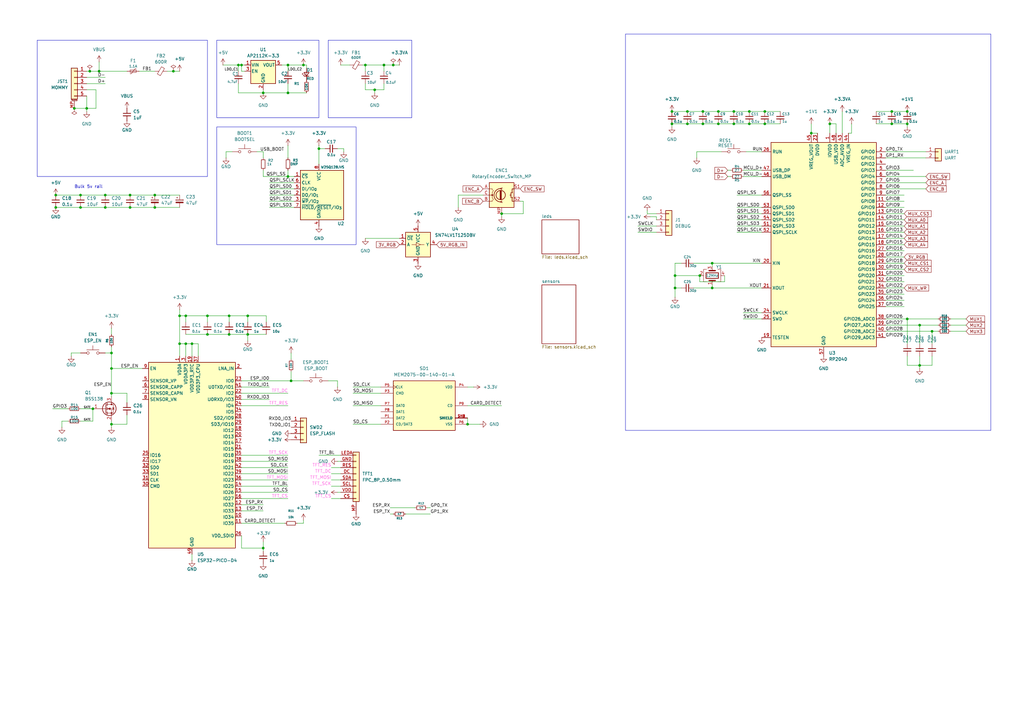
<source format=kicad_sch>
(kicad_sch (version 20250114) (generator "eeschema") (generator_version "9.0")
  (paper "A3")
  (rectangle (start 88.9 52.07) (end 146.05 100.33))
  (rectangle (start 134.62 16.51) (end 168.91 48.26))
  (rectangle (start 88.9 16.51) (end 130.81 48.26))
  (rectangle (start 15.24 16.51) (end 85.09 72.39))
  (rectangle (start 256.54 13.97) (end 406.4 176.53))
  (text "Bulk 5v rail" (at 36.322 76.708 0) (effects (font (size 1.27 1.27))))
  (junction (at 63.5 85.09))
  (junction (at 118.11 38.1))
  (junction (at 33.02 85.09))
  (junction (at 45.72 173.99))
  (junction (at 365.76 50.8))
  (junction (at 93.98 129.54))
  (junction (at 377.19 133.35))
  (junction (at 119.38 156.21))
  (junction (at 43.18 80.01))
  (junction (at 38.1 167.64))
  (junction (at 43.18 85.09))
  (junction (at 76.2 129.54))
  (junction (at 36.83 29.21))
  (junction (at 76.2 140.97))
  (junction (at 93.98 137.16))
  (junction (at 35.56 44.45))
  (junction (at 332.74 54.61))
  (junction (at 107.95 224.79))
  (junction (at 294.64 50.8))
  (junction (at 372.11 45.72))
  (junction (at 292.1 118.11))
  (junction (at 288.29 45.72))
  (junction (at 101.6 137.16))
  (junction (at 73.66 140.97))
  (junction (at 365.76 45.72))
  (junction (at 124.46 26.67))
  (junction (at 45.72 144.78))
  (junction (at 45.72 161.29))
  (junction (at 275.59 45.72))
  (junction (at 33.02 80.01))
  (junction (at 99.06 26.67))
  (junction (at 73.66 129.54))
  (junction (at 45.72 151.13))
  (junction (at 157.48 26.67))
  (junction (at 191.77 173.99))
  (junction (at 97.79 26.67))
  (junction (at 107.95 38.1))
  (junction (at 287.02 113.03))
  (junction (at 276.86 118.11))
  (junction (at 300.99 50.8))
  (junction (at 281.94 50.8))
  (junction (at 294.64 45.72))
  (junction (at 313.69 50.8))
  (junction (at 288.29 50.8))
  (junction (at 372.11 50.8))
  (junction (at 149.86 26.67))
  (junction (at 118.11 26.67))
  (junction (at 307.34 45.72))
  (junction (at 275.59 50.8))
  (junction (at 313.69 45.72))
  (junction (at 85.09 137.16))
  (junction (at 300.99 45.72))
  (junction (at 153.67 36.83))
  (junction (at 53.34 85.09))
  (junction (at 53.34 80.01))
  (junction (at 292.1 107.95))
  (junction (at 377.19 149.86))
  (junction (at 101.6 129.54))
  (junction (at 78.74 140.97))
  (junction (at 71.12 29.21))
  (junction (at 276.86 113.03))
  (junction (at 118.11 72.39))
  (junction (at 161.29 26.67))
  (junction (at 307.34 50.8))
  (junction (at 63.5 80.01))
  (junction (at 85.09 129.54))
  (junction (at 340.36 50.8))
  (junction (at 281.94 45.72))
  (junction (at 22.86 80.01))
  (junction (at 30.48 44.45))
  (junction (at 382.27 135.89))
  (junction (at 40.64 29.21))
  (junction (at 22.86 85.09))
  (junction (at 205.74 87.63))
  (junction (at 372.11 130.81))
  (junction (at 130.81 60.96))
  (wire (pts (xy 99.06 209.55) (xy 107.95 209.55)))
  (wire (pts (xy 363.22 64.77) (xy 379.73 64.77)))
  (wire (pts (xy 130.81 59.69) (xy 130.81 60.96)))
  (wire (pts (xy 302.26 92.71) (xy 312.42 92.71)))
  (wire (pts (xy 91.44 26.67) (xy 97.79 26.67)))
  (wire (pts (xy 130.81 60.96) (xy 133.35 60.96)))
  (wire (pts (xy 157.48 34.29) (xy 157.48 36.83)))
  (wire (pts (xy 118.11 34.29) (xy 118.11 38.1)))
  (wire (pts (xy 275.59 45.72) (xy 281.94 45.72)))
  (wire (pts (xy 107.95 69.85) (xy 107.95 72.39)))
  (wire (pts (xy 99.06 156.21) (xy 119.38 156.21)))
  (wire (pts (xy 109.22 129.54) (xy 109.22 132.08)))
  (wire (pts (xy 266.7 88.9) (xy 269.24 88.9)))
  (wire (pts (xy 118.11 72.39) (xy 120.65 72.39)))
  (wire (pts (xy 149.86 36.83) (xy 153.67 36.83)))
  (wire (pts (xy 52.07 161.29) (xy 52.07 165.1)))
  (wire (pts (xy 157.48 26.67) (xy 157.48 29.21)))
  (wire (pts (xy 43.18 34.29) (xy 35.56 34.29)))
  (wire (pts (xy 63.5 85.09) (xy 73.66 85.09)))
  (wire (pts (xy 76.2 140.97) (xy 78.74 140.97)))
  (wire (pts (xy 292.1 118.11) (xy 292.1 116.84)))
  (wire (pts (xy 156.21 173.99) (xy 144.78 173.99)))
  (wire (pts (xy 288.29 45.72) (xy 294.64 45.72)))
  (wire (pts (xy 298.45 72.39) (xy 299.72 72.39)))
  (wire (pts (xy 191.77 171.45) (xy 191.77 173.99)))
  (wire (pts (xy 99.06 214.63) (xy 116.84 214.63)))
  (wire (pts (xy 33.02 172.72) (xy 38.1 172.72)))
  (wire (pts (xy 118.11 69.85) (xy 118.11 72.39)))
  (wire (pts (xy 340.36 50.8) (xy 340.36 54.61)))
  (wire (pts (xy 214.63 87.63) (xy 214.63 82.55)))
  (wire (pts (xy 372.11 149.86) (xy 377.19 149.86)))
  (wire (pts (xy 349.25 54.61) (xy 347.98 54.61)))
  (wire (pts (xy 99.06 224.79) (xy 99.06 219.71)))
  (wire (pts (xy 45.72 142.24) (xy 45.72 144.78)))
  (wire (pts (xy 382.27 146.05) (xy 382.27 149.86)))
  (wire (pts (xy 363.22 110.49) (xy 370.84 110.49)))
  (wire (pts (xy 363.22 102.87) (xy 370.84 102.87)))
  (wire (pts (xy 97.79 34.29) (xy 97.79 38.1)))
  (wire (pts (xy 38.1 172.72) (xy 38.1 167.64)))
  (wire (pts (xy 35.56 44.45) (xy 30.48 44.45)))
  (wire (pts (xy 45.72 173.99) (xy 45.72 175.26)))
  (wire (pts (xy 302.26 90.17) (xy 312.42 90.17)))
  (wire (pts (xy 25.4 175.26) (xy 25.4 172.72)))
  (wire (pts (xy 99.06 161.29) (xy 118.11 161.29)))
  (wire (pts (xy 187.96 85.09) (xy 187.96 80.01)))
  (wire (pts (xy 97.79 38.1) (xy 107.95 38.1)))
  (wire (pts (xy 107.95 222.25) (xy 107.95 224.79)))
  (wire (pts (xy 29.21 144.78) (xy 33.02 144.78)))
  (wire (pts (xy 359.41 45.72) (xy 365.76 45.72)))
  (wire (pts (xy 363.22 72.39) (xy 379.73 72.39)))
  (wire (pts (xy 99.06 186.69) (xy 118.11 186.69)))
  (wire (pts (xy 276.86 107.95) (xy 279.4 107.95)))
  (wire (pts (xy 107.95 226.06) (xy 107.95 224.79)))
  (wire (pts (xy 25.4 172.72) (xy 27.94 172.72)))
  (wire (pts (xy 115.57 26.67) (xy 118.11 26.67)))
  (wire (pts (xy 76.2 137.16) (xy 85.09 137.16)))
  (wire (pts (xy 359.41 50.8) (xy 365.76 50.8)))
  (wire (pts (xy 265.43 87.63) (xy 269.24 87.63)))
  (wire (pts (xy 281.94 50.8) (xy 288.29 50.8)))
  (wire (pts (xy 377.19 149.86) (xy 377.19 146.05)))
  (wire (pts (xy 43.18 85.09) (xy 53.34 85.09)))
  (wire (pts (xy 144.78 158.75) (xy 156.21 158.75)))
  (wire (pts (xy 85.09 129.54) (xy 93.98 129.54)))
  (wire (pts (xy 261.62 95.25) (xy 269.24 95.25)))
  (wire (pts (xy 287.02 115.57) (xy 297.18 115.57)))
  (wire (pts (xy 101.6 137.16) (xy 93.98 137.16)))
  (wire (pts (xy 110.49 74.93) (xy 120.65 74.93)))
  (wire (pts (xy 125.73 26.67) (xy 125.73 27.94)))
  (wire (pts (xy 276.86 107.95) (xy 276.86 113.03)))
  (wire (pts (xy 22.86 80.01) (xy 33.02 80.01)))
  (wire (pts (xy 363.22 125.73) (xy 370.84 125.73)))
  (wire (pts (xy 40.64 29.21) (xy 52.07 29.21)))
  (wire (pts (xy 45.72 144.78) (xy 45.72 151.13)))
  (wire (pts (xy 119.38 144.78) (xy 119.38 147.32)))
  (wire (pts (xy 139.7 26.67) (xy 143.51 26.67)))
  (wire (pts (xy 149.86 26.67) (xy 149.86 29.21)))
  (wire (pts (xy 292.1 109.22) (xy 292.1 107.95)))
  (wire (pts (xy 300.99 50.8) (xy 307.34 50.8)))
  (wire (pts (xy 302.26 95.25) (xy 312.42 95.25)))
  (wire (pts (xy 363.22 120.65) (xy 370.84 120.65)))
  (wire (pts (xy 35.56 45.72) (xy 35.56 44.45)))
  (wire (pts (xy 175.26 208.28) (xy 176.53 208.28)))
  (wire (pts (xy 284.48 107.95) (xy 292.1 107.95)))
  (wire (pts (xy 95.25 62.23) (xy 92.71 62.23)))
  (wire (pts (xy 377.19 133.35) (xy 384.81 133.35)))
  (wire (pts (xy 377.19 149.86) (xy 377.19 151.13)))
  (wire (pts (xy 76.2 140.97) (xy 73.66 140.97)))
  (wire (pts (xy 76.2 140.97) (xy 76.2 146.05)))
  (wire (pts (xy 33.02 85.09) (xy 43.18 85.09)))
  (wire (pts (xy 205.74 87.63) (xy 214.63 87.63)))
  (wire (pts (xy 78.74 140.97) (xy 81.28 140.97)))
  (wire (pts (xy 276.86 118.11) (xy 276.86 121.92)))
  (wire (pts (xy 43.18 31.75) (xy 35.56 31.75)))
  (wire (pts (xy 372.11 130.81) (xy 372.11 140.97)))
  (wire (pts (xy 302.26 87.63) (xy 312.42 87.63)))
  (wire (pts (xy 363.22 74.93) (xy 379.73 74.93)))
  (wire (pts (xy 382.27 135.89) (xy 384.81 135.89)))
  (wire (pts (xy 68.58 29.21) (xy 71.12 29.21)))
  (wire (pts (xy 153.67 38.1) (xy 153.67 36.83)))
  (wire (pts (xy 78.74 229.87) (xy 78.74 227.33)))
  (wire (pts (xy 73.66 127) (xy 73.66 129.54)))
  (wire (pts (xy 36.83 29.21) (xy 35.56 29.21)))
  (wire (pts (xy 363.22 123.19) (xy 370.84 123.19)))
  (wire (pts (xy 99.06 163.83) (xy 110.49 163.83)))
  (wire (pts (xy 52.07 170.18) (xy 52.07 173.99)))
  (wire (pts (xy 99.06 158.75) (xy 110.49 158.75)))
  (wire (pts (xy 389.89 130.81) (xy 396.24 130.81)))
  (wire (pts (xy 71.12 29.21) (xy 73.66 29.21)))
  (wire (pts (xy 124.46 213.36) (xy 124.46 214.63)))
  (wire (pts (xy 349.25 50.8) (xy 349.25 54.61)))
  (wire (pts (xy 99.06 204.47) (xy 118.11 204.47)))
  (wire (pts (xy 281.94 45.72) (xy 288.29 45.72)))
  (wire (pts (xy 85.09 132.08) (xy 85.09 129.54)))
  (wire (pts (xy 130.81 60.96) (xy 130.81 67.31)))
  (wire (pts (xy 365.76 45.72) (xy 372.11 45.72)))
  (wire (pts (xy 149.86 34.29) (xy 149.86 36.83)))
  (wire (pts (xy 275.59 50.8) (xy 275.59 52.07)))
  (wire (pts (xy 389.89 133.35) (xy 396.24 133.35)))
  (wire (pts (xy 363.22 85.09) (xy 370.84 85.09)))
  (wire (pts (xy 110.49 77.47) (xy 120.65 77.47)))
  (wire (pts (xy 110.49 85.09) (xy 120.65 85.09)))
  (wire (pts (xy 276.86 113.03) (xy 276.86 118.11)))
  (wire (pts (xy 43.18 144.78) (xy 45.72 144.78)))
  (wire (pts (xy 118.11 38.1) (xy 107.95 38.1)))
  (wire (pts (xy 118.11 59.69) (xy 118.11 64.77)))
  (wire (pts (xy 40.64 25.4) (xy 40.64 29.21)))
  (wire (pts (xy 363.22 69.85) (xy 374.65 69.85)))
  (wire (pts (xy 153.67 36.83) (xy 157.48 36.83)))
  (wire (pts (xy 45.72 172.72) (xy 45.72 173.99)))
  (wire (pts (xy 97.79 26.67) (xy 99.06 26.67)))
  (wire (pts (xy 45.72 151.13) (xy 45.72 161.29)))
  (wire (pts (xy 76.2 129.54) (xy 76.2 132.08)))
  (wire (pts (xy 294.64 45.72) (xy 300.99 45.72)))
  (wire (pts (xy 149.86 26.67) (xy 157.48 26.67)))
  (wire (pts (xy 187.96 80.01) (xy 198.12 80.01)))
  (wire (pts (xy 363.22 100.33) (xy 370.84 100.33)))
  (wire (pts (xy 363.22 130.81) (xy 372.11 130.81)))
  (wire (pts (xy 194.31 158.75) (xy 191.77 158.75)))
  (wire (pts (xy 99.06 194.31) (xy 118.11 194.31)))
  (wire (pts (xy 99.06 196.85) (xy 118.11 196.85)))
  (wire (pts (xy 99.06 166.37) (xy 118.11 166.37)))
  (wire (pts (xy 149.86 97.79) (xy 163.83 97.79)))
  (wire (pts (xy 138.43 156.21) (xy 134.62 156.21)))
  (wire (pts (xy 160.02 210.82) (xy 161.29 210.82)))
  (wire (pts (xy 93.98 129.54) (xy 101.6 129.54)))
  (wire (pts (xy 332.74 50.8) (xy 332.74 54.61)))
  (wire (pts (xy 33.02 80.01) (xy 43.18 80.01)))
  (wire (pts (xy 265.43 86.36) (xy 265.43 87.63)))
  (wire (pts (xy 363.22 107.95) (xy 370.84 107.95)))
  (wire (pts (xy 372.11 52.07) (xy 372.11 50.8)))
  (wire (pts (xy 53.34 85.09) (xy 63.5 85.09)))
  (wire (pts (xy 119.38 156.21) (xy 124.46 156.21)))
  (wire (pts (xy 76.2 129.54) (xy 85.09 129.54)))
  (wire (pts (xy 101.6 137.16) (xy 109.22 137.16)))
  (wire (pts (xy 363.22 80.01) (xy 370.84 80.01)))
  (wire (pts (xy 276.86 113.03) (xy 287.02 113.03)))
  (wire (pts (xy 119.38 152.4) (xy 119.38 156.21)))
  (wire (pts (xy 363.22 115.57) (xy 370.84 115.57)))
  (wire (pts (xy 39.37 36.83) (xy 39.37 44.45)))
  (wire (pts (xy 138.43 156.21) (xy 138.43 158.75)))
  (wire (pts (xy 161.29 26.67) (xy 163.83 26.67)))
  (wire (pts (xy 292.1 118.11) (xy 312.42 118.11)))
  (wire (pts (xy 160.02 208.28) (xy 170.18 208.28)))
  (wire (pts (xy 287.02 113.03) (xy 287.02 115.57)))
  (wire (pts (xy 144.78 161.29) (xy 156.21 161.29)))
  (wire (pts (xy 377.19 133.35) (xy 377.19 140.97)))
  (wire (pts (xy 135.89 196.85) (xy 139.7 196.85)))
  (wire (pts (xy 342.9 50.8) (xy 342.9 54.61)))
  (wire (pts (xy 73.66 129.54) (xy 76.2 129.54)))
  (wire (pts (xy 294.64 50.8) (xy 300.99 50.8)))
  (wire (pts (xy 99.06 207.01) (xy 107.95 207.01)))
  (wire (pts (xy 33.02 167.64) (xy 38.1 167.64)))
  (wire (pts (xy 372.11 50.8) (xy 365.76 50.8)))
  (wire (pts (xy 101.6 129.54) (xy 109.22 129.54)))
  (wire (pts (xy 285.75 62.23) (xy 295.91 62.23)))
  (wire (pts (xy 100.33 29.21) (xy 99.06 29.21)))
  (wire (pts (xy 288.29 50.8) (xy 294.64 50.8)))
  (wire (pts (xy 57.15 29.21) (xy 63.5 29.21)))
  (wire (pts (xy 275.59 50.8) (xy 281.94 50.8)))
  (wire (pts (xy 140.97 60.96) (xy 138.43 60.96)))
  (wire (pts (xy 298.45 69.85) (xy 299.72 69.85)))
  (wire (pts (xy 21.59 167.64) (xy 27.94 167.64)))
  (wire (pts (xy 138.43 189.23) (xy 139.7 189.23)))
  (wire (pts (xy 363.22 77.47) (xy 379.73 77.47)))
  (wire (pts (xy 372.11 130.81) (xy 384.81 130.81)))
  (wire (pts (xy 389.89 135.89) (xy 396.24 135.89)))
  (wire (pts (xy 85.09 137.16) (xy 93.98 137.16)))
  (wire (pts (xy 304.8 72.39) (xy 312.42 72.39)))
  (wire (pts (xy 372.11 146.05) (xy 372.11 149.86)))
  (wire (pts (xy 99.06 201.93) (xy 118.11 201.93)))
  (wire (pts (xy 99.06 224.79) (xy 107.95 224.79)))
  (wire (pts (xy 43.18 80.01) (xy 53.34 80.01)))
  (wire (pts (xy 363.22 92.71) (xy 370.84 92.71)))
  (wire (pts (xy 363.22 82.55) (xy 370.84 82.55)))
  (wire (pts (xy 39.37 44.45) (xy 35.56 44.45)))
  (wire (pts (xy 35.56 39.37) (xy 35.56 44.45)))
  (wire (pts (xy 340.36 50.8) (xy 342.9 50.8)))
  (wire (pts (xy 63.5 80.01) (xy 73.66 80.01)))
  (wire (pts (xy 138.43 201.93) (xy 139.7 201.93)))
  (wire (pts (xy 313.69 45.72) (xy 320.04 45.72)))
  (wire (pts (xy 73.66 129.54) (xy 73.66 140.97)))
  (wire (pts (xy 269.24 88.9) (xy 269.24 90.17)))
  (wire (pts (xy 313.69 50.8) (xy 320.04 50.8)))
  (wire (pts (xy 191.77 166.37) (xy 205.74 166.37)))
  (wire (pts (xy 99.06 199.39) (xy 118.11 199.39)))
  (wire (pts (xy 101.6 129.54) (xy 101.6 132.08)))
  (wire (pts (xy 36.83 29.21) (xy 40.64 29.21)))
  (wire (pts (xy 92.71 62.23) (xy 92.71 64.77)))
  (wire (pts (xy 78.74 140.97) (xy 78.74 146.05)))
  (wire (pts (xy 124.46 26.67) (xy 125.73 26.67)))
  (wire (pts (xy 285.75 64.77) (xy 285.75 62.23)))
  (wire (pts (xy 166.37 210.82) (xy 176.53 210.82)))
  (wire (pts (xy 93.98 129.54) (xy 93.98 132.08)))
  (wire (pts (xy 363.22 90.17) (xy 370.84 90.17)))
  (wire (pts (xy 35.56 36.83) (xy 39.37 36.83)))
  (wire (pts (xy 363.22 62.23) (xy 379.73 62.23)))
  (wire (pts (xy 105.41 62.23) (xy 107.95 62.23)))
  (wire (pts (xy 135.89 191.77) (xy 139.7 191.77)))
  (wire (pts (xy 300.99 45.72) (xy 307.34 45.72)))
  (wire (pts (xy 97.79 29.21) (xy 97.79 26.67)))
  (wire (pts (xy 135.89 204.47) (xy 139.7 204.47)))
  (wire (pts (xy 261.62 92.71) (xy 269.24 92.71)))
  (wire (pts (xy 363.22 118.11) (xy 370.84 118.11)))
  (wire (pts (xy 307.34 45.72) (xy 313.69 45.72)))
  (wire (pts (xy 276.86 118.11) (xy 279.4 118.11)))
  (wire (pts (xy 304.8 69.85) (xy 312.42 69.85)))
  (wire (pts (xy 107.95 64.77) (xy 107.95 62.23)))
  (wire (pts (xy 99.06 189.23) (xy 118.11 189.23)))
  (wire (pts (xy 307.34 50.8) (xy 313.69 50.8)))
  (wire (pts (xy 345.44 45.72) (xy 345.44 54.61)))
  (wire (pts (xy 125.73 38.1) (xy 118.11 38.1)))
  (wire (pts (xy 363.22 135.89) (xy 382.27 135.89)))
  (wire (pts (xy 292.1 107.95) (xy 312.42 107.95)))
  (wire (pts (xy 135.89 194.31) (xy 139.7 194.31)))
  (wire (pts (xy 99.06 29.21) (xy 99.06 26.67)))
  (wire (pts (xy 304.8 128.27) (xy 312.42 128.27)))
  (wire (pts (xy 144.78 166.37) (xy 156.21 166.37)))
  (wire (pts (xy 118.11 26.67) (xy 124.46 26.67)))
  (wire (pts (xy 382.27 149.86) (xy 377.19 149.86)))
  (wire (pts (xy 157.48 26.67) (xy 161.29 26.67)))
  (wire (pts (xy 332.74 54.61) (xy 335.28 54.61)))
  (wire (pts (xy 196.85 173.99) (xy 191.77 173.99)))
  (wire (pts (xy 140.97 62.23) (xy 140.97 60.96)))
  (wire (pts (xy 118.11 29.21) (xy 118.11 26.67)))
  (wire (pts (xy 363.22 97.79) (xy 370.84 97.79)))
  (wire (pts (xy 363.22 113.03) (xy 370.84 113.03)))
  (wire (pts (xy 99.06 191.77) (xy 118.11 191.77)))
  (wire (pts (xy 45.72 134.62) (xy 45.72 137.16)))
  (wire (pts (xy 107.95 72.39) (xy 118.11 72.39)))
  (wire (pts (xy 22.86 85.09) (xy 33.02 85.09)))
  (wire (pts (xy 52.07 173.99) (xy 45.72 173.99)))
  (wire (pts (xy 135.89 199.39) (xy 139.7 199.39)))
  (wire (pts (xy 363.22 87.63) (xy 370.84 87.63)))
  (wire (pts (xy 302.26 85.09) (xy 312.42 85.09)))
  (wire (pts (xy 45.72 161.29) (xy 45.72 162.56)))
  (wire (pts (xy 99.06 26.67) (xy 100.33 26.67)))
  (wire (pts (xy 205.74 88.9) (xy 205.74 87.63)))
  (wire (pts (xy 306.07 62.23) (xy 312.42 62.23)))
  (wire (pts (xy 382.27 135.89) (xy 382.27 140.97)))
  (wire (pts (xy 45.72 161.29) (xy 52.07 161.29)))
  (wire (pts (xy 73.66 140.97) (xy 73.66 146.05)))
  (wire (pts (xy 363.22 133.35) (xy 377.19 133.35)))
  (wire (pts (xy 363.22 95.25) (xy 370.84 95.25)))
  (wire (pts (xy 110.49 80.01) (xy 120.65 80.01)))
  (wire (pts (xy 107.95 36.83) (xy 107.95 38.1)))
  (wire (pts (xy 302.26 80.01) (xy 312.42 80.01)))
  (wire (pts (xy 297.18 113.03) (xy 297.18 115.57)))
  (wire (pts (xy 121.92 214.63) (xy 124.46 214.63)))
  (wire (pts (xy 284.48 118.11) (xy 292.1 118.11)))
  (wire (pts (xy 53.34 80.01) (xy 63.5 80.01)))
  (wire (pts (xy 148.59 26.67) (xy 149.86 26.67)))
  (wire (pts (xy 130.81 186.69) (xy 139.7 186.69)))
  (wire (pts (xy 110.49 82.55) (xy 120.65 82.55)))
  (wire (pts (xy 45.72 151.13) (xy 58.42 151.13)))
  (wire (pts (xy 81.28 140.97) (xy 81.28 146.05)))
  (wire (pts (xy 304.8 130.81) (xy 312.42 130.81)))
  (wire (pts (xy 29.21 146.05) (xy 29.21 144.78)))
  (wire (pts (xy 214.63 82.55) (xy 213.36 82.55)))
  (wire (pts (xy 101.6 137.16) (xy 101.6 139.7)))
  (wire (pts (xy 363.22 105.41) (xy 370.84 105.41)))
  (label "RXD0_IO3" (at 119.38 172.72 180))
  (label "GPIO23" (at 363.22 120.65 0))
  (label "USB_BOOT" (at 106.68 62.23 0))
  (label "GPIO19" (at 363.22 110.49 0))
  (label "RXD0_IO3" (at 110.49 163.83 180))
  (label "FB1" (at 58.42 29.21 0))
  (label "QSPI_SS" (at 109.22 72.39 0))
  (label "ESP_RX" (at 107.95 207.01 180))
  (label "ESP_TX" (at 107.95 209.55 180))
  (label "GP0_TX" (at 363.22 62.23 0))
  (label "GPIO3" (at 21.59 167.64 0))
  (label "GATE" (at 34.29 172.72 0) (effects (font (size 0.8 0.8))))
  (label "SD_MOSI" (at 144.78 161.29 0))
  (label "GPIO6" (at 363.22 77.47 0))
  (label "SD_MISO" (at 118.11 189.23 180))
  (label "TXD0_IO1" (at 119.38 175.26 180))
  (label "TFT_BL" (at 130.81 186.69 0))
  (label "LDO_C2" (at 118.11 29.21 0) (effects (font (size 1 1))))
  (label "QSPI_SD2" (at 302.26 90.17 0))
  (label "TFT_DC" (at 135.89 194.31 180))
  (label "QSPI_SCLK" (at 110.49 74.93 0))
  (label "GPIO24" (at 363.22 123.19 0))
  (label "ESP_TX" (at 160.02 210.82 180))
  (label "GPIO22" (at 363.22 118.11 0))
  (label "QSPI_SD3" (at 302.26 92.71 0))
  (label "LDO_C1" (at 97.79 29.21 180) (effects (font (size 1 1))))
  (label "GPIO16" (at 363.22 102.87 0))
  (label "SWDIO" (at 261.62 95.25 0))
  (label "SWCLK" (at 261.62 92.71 0))
  (label "TFT_MOSI" (at 135.89 196.85 180))
  (label "QSPI_SD1" (at 302.26 87.63 0))
  (label "TFT_DC" (at 118.11 161.29 180))
  (label "GPIO26" (at 363.22 130.81 0))
  (label "ESP_IO0" (at 110.49 156.21 180))
  (label "GPIO10" (at 363.22 87.63 0))
  (label "GPIO28" (at 363.22 135.89 0))
  (label "GPIO5" (at 363.22 74.93 0))
  (label "TFT_CS" (at 135.89 204.47 180))
  (label "SWDIO" (at 304.8 130.81 0))
  (label "QSPI_SD1" (at 110.49 80.01 0))
  (label "D-" (at 43.18 31.75 180))
  (label "GATE" (at 34.29 167.64 0) (effects (font (size 0.8 0.8))))
  (label "QSPI_SD0" (at 110.49 77.47 0))
  (label "ESP_EN" (at 45.72 158.75 180))
  (label "QSPI_SS" (at 302.26 80.01 0))
  (label "SD_CS" (at 118.11 201.93 180))
  (label "QSPI_SD3" (at 110.49 85.09 0))
  (label "CARD_DETECT" (at 113.03 214.63 180))
  (label "TFT_RES" (at 135.89 191.77 180))
  (label "TFT_SCK" (at 118.11 186.69 180))
  (label "GPIO18" (at 363.22 107.95 0))
  (label "TFT_BL" (at 118.11 199.39 180))
  (label "GP1_RX" (at 363.22 64.77 0))
  (label "SD_CS" (at 144.78 173.99 0))
  (label "RUN" (at 308.61 62.23 0))
  (label "SWCLK" (at 304.8 128.27 0))
  (label "GPIO3" (at 363.22 69.85 0))
  (label "GPIO8" (at 363.22 82.55 0))
  (label "GPIO29" (at 363.22 138.43 0))
  (label "QSPI_SCLK" (at 302.26 95.25 0))
  (label "SD_MISO" (at 144.78 166.37 0))
  (label "QSPI_SD2" (at 110.49 82.55 0))
  (label "SD_CLK" (at 144.78 158.75 0))
  (label "ESP_EN" (at 49.53 151.13 0))
  (label "GPIO4" (at 363.22 72.39 0))
  (label "GPIO27" (at 363.22 133.35 0))
  (label "GPIO12" (at 363.22 92.71 0))
  (label "GPIO17" (at 363.22 105.41 0))
  (label "GP1_RX" (at 176.53 210.82 0))
  (label "GPIO11" (at 363.22 90.17 0))
  (label "GPIO9" (at 363.22 85.09 0))
  (label "QSPI_SD0" (at 302.26 85.09 0))
  (label "TXD0_IO1" (at 110.49 158.75 180))
  (label "GPIO7" (at 363.22 80.01 0))
  (label "XOUT" (at 307.34 118.11 0))
  (label "TFT_RES" (at 118.11 166.37 180))
  (label "GPIO14" (at 363.22 97.79 0))
  (label "SD_CLK" (at 118.11 191.77 180))
  (label "ESP_RX" (at 160.02 208.28 180))
  (label "GP0_TX" (at 176.53 208.28 0))
  (label "D+" (at 43.18 34.29 180))
  (label "TFT_MOSI" (at 118.11 196.85 180))
  (label "GPIO20" (at 363.22 113.03 0))
  (label "MCU_D-" (at 304.8 72.39 0))
  (label "TFT_CS" (at 118.11 204.47 180))
  (label "GPIO25" (at 363.22 125.73 0))
  (label "GPIO13" (at 363.22 95.25 0))
  (label "TFT_SCK" (at 135.89 199.39 180))
  (label "MCU_D+" (at 304.8 69.85 0))
  (label "GPIO21" (at 363.22 115.57 0))
  (label "CARD_DETECT" (at 205.74 166.37 180))
  (label "GPIO15" (at 363.22 100.33 0))
  (label "XIN" (at 308.61 107.95 0))
  (label "SD_MOSI" (at 118.11 194.31 180))
  (global_label "MUX_A2" (shape input) (at 370.84 95.25 0) (property "Intersheetrefs" "${INTERSHEET_REFS}" (effects (hide yes))))
  (global_label "MUX3" (shape input) (at 396.24 135.89 0) (property "Intersheetrefs" "${INTERSHEET_REFS}" (effects (hide yes))))
  (global_label "MUX_A3" (shape input) (at 370.84 97.79 0) (property "Intersheetrefs" "${INTERSHEET_REFS}" (effects (hide yes))))
  (global_label "MUX_WR" (shape input) (at 370.84 118.11 0) (property "Intersheetrefs" "${INTERSHEET_REFS}" (effects (hide yes))))
  (global_label "ENC_B" (shape input) (at 379.73 77.47 0) (property "Intersheetrefs" "${INTERSHEET_REFS}" (effects (hide yes))))
  (global_label "MUX_A4" (shape input) (at 370.84 100.33 0) (property "Intersheetrefs" "${INTERSHEET_REFS}" (effects (hide yes))))
  (global_label "MUX_A0" (shape input) (at 370.84 90.17 0) (property "Intersheetrefs" "${INTERSHEET_REFS}" (effects (hide yes))))
  (global_label "D-" (shape input) (at 298.45 72.39 180) (property "Intersheetrefs" "${INTERSHEET_REFS}" (effects (hide yes))))
  (global_label "MUX1" (shape input) (at 396.24 130.81 0) (property "Intersheetrefs" "${INTERSHEET_REFS}" (effects (hide yes))))
  (global_label "ENC_SW" (shape input) (at 213.36 77.47 0) (property "Intersheetrefs" "${INTERSHEET_REFS}" (effects (hide yes))))
  (global_label "MUX_CS2" (shape input) (at 370.84 110.49 0) (property "Intersheetrefs" "${INTERSHEET_REFS}" (effects (hide yes))))
  (global_label "D+" (shape input) (at 298.45 69.85 180) (property "Intersheetrefs" "${INTERSHEET_REFS}" (effects (hide yes))))
  (global_label "MUX_CS1" (shape input) (at 370.84 107.95 0) (property "Intersheetrefs" "${INTERSHEET_REFS}" (effects (hide yes))))
  (global_label "ENC_A" (shape input) (at 198.12 77.47 180) (property "Intersheetrefs" "${INTERSHEET_REFS}" (effects (hide yes))))
  (global_label "MUX_A1" (shape input) (at 370.84 92.71 0) (property "Intersheetrefs" "${INTERSHEET_REFS}" (effects (hide yes))))
  (global_label "MUX2" (shape input) (at 396.24 133.35 0) (property "Intersheetrefs" "${INTERSHEET_REFS}" (effects (hide yes))))
  (global_label "5V_RGB_IN" (shape input) (at 179.07 100.33 0) (property "Intersheetrefs" "${INTERSHEET_REFS}" (effects (hide yes))))
  (global_label "MUX_CS3" (shape input) (at 370.84 87.63 0) (property "Intersheetrefs" "${INTERSHEET_REFS}" (effects (hide yes))))
  (global_label "ENC_A" (shape input) (at 379.73 74.93 0) (property "Intersheetrefs" "${INTERSHEET_REFS}" (effects (hide yes))))
  (global_label "ENC_B" (shape input) (at 198.12 82.55 180) (property "Intersheetrefs" "${INTERSHEET_REFS}" (effects (hide yes))))
  (global_label "ENC_SW" (shape input) (at 379.73 72.39 0) (property "Intersheetrefs" "${INTERSHEET_REFS}" (effects (hide yes))))
  (global_label "3V_RGB" (shape input) (at 370.84 105.41 0) (property "Intersheetrefs" "${INTERSHEET_REFS}" (effects (hide yes))))
  (global_label "3V_RGB" (shape input) (at 163.83 100.33 180) (property "Intersheetrefs" "${INTERSHEET_REFS}" (effects (hide yes))))
  (symbol (lib_id "Device:C_Small") (at 359.41 48.26 0) (unit 1)
    (property "Reference" "C14" (at 360.172 46.736 0) (effects (font (size 1 1)) (justify left)))
    (property "Value" "1u" (at 360.172 49.784 0) (effects (font (size 1 1)) (justify left)))
    (property "Footprint" "Capacitor_SMD:C_0402_1005Metric_Pad0.74x0.62mm_HandSolder" (effects (hide yes)))
    (property "Description" "Unpolarized capacitor, small symbol" (effects (hide yes)))
  )
  (symbol (lib_id "power:+3V3") (at 119.38 144.78 0) (unit 1)
    (property "Reference" "#PWR0425" (effects (hide yes)))
    (property "Value" "+3.3V" (at 119.38 139.7 0))
    (property "Description" "Power symbol creates a global label with name \"+3V3\"" (effects (hide yes)))
  )
  (symbol (lib_id "Mars_Library:C_0603") (at 76.2 134.62 0) (unit 1)
    (property "Reference" "EC1" (at 78.74 133.3562 0) (effects (justify left)))
    (property "Value" "0.1u" (at 78.74 135.8963 0) (effects (font (size 1 1)) (justify left)))
    (property "Footprint" "Mars_Library:C_0402" (effects (hide yes)))
    (property "Description" "Unpolarized capacitor, small symbol" (effects (hide yes)))
  )
  (symbol (lib_id "power:GND") (at 29.21 146.05 0) (unit 1)
    (property "Reference" "#PWR0426" (effects (hide yes)))
    (property "Value" "GND" (at 29.21 149.606 0))
    (property "Description" "Power symbol creates a global label with name \"GND\" , ground" (effects (hide yes)))
  )
  (symbol (lib_id "Device:C_Small") (at 300.99 48.26 0) (unit 1)
    (property "Reference" "C10" (at 301.752 46.736 0) (effects (font (size 1 1)) (justify left)))
    (property "Value" "0.1u" (at 301.752 49.784 0) (effects (font (size 1 1)) (justify left)))
    (property "Footprint" "Capacitor_SMD:C_0402_1005Metric_Pad0.74x0.62mm_HandSolder" (effects (hide yes)))
    (property "Description" "Unpolarized capacitor, small symbol" (effects (hide yes)))
  )
  (symbol (lib_id "Mars_Library:C_0603") (at 109.22 134.62 0) (unit 1)
    (property "Reference" "EC5" (at 111.76 133.3562 0) (effects (justify left)))
    (property "Value" "10u" (at 111.76 135.8963 0) (effects (font (size 1 1)) (justify left)))
    (property "Footprint" "Mars_Library:C_0402" (effects (hide yes)))
    (property "Description" "Unpolarized capacitor, small symbol" (effects (hide yes)))
  )
  (symbol (lib_id "power:GND") (at 22.86 85.09 0) (unit 1)
    (property "Reference" "#PWR0379" (effects (hide yes)))
    (property "Value" "GND" (at 22.86 88.9 0))
    (property "Description" "Power symbol creates a global label with name \"GND\" , ground" (effects (hide yes)))
  )
  (symbol (lib_id "Transistor_FET:BSS138") (at 43.18 167.64 0) (unit 1)
    (property "Reference" "Q1" (at 34.798 161.036 0) (effects (justify left)))
    (property "Value" "BSS138" (at 34.798 163.576 0) (effects (justify left)))
    (property "Footprint" "Package_TO_SOT_SMD:SOT-23" (effects (hide yes)))
    (property "Datasheet" "https://www.onsemi.com/pub/Collateral/BSS138-D.PDF" (effects (hide yes)))
    (property "Description" "50V Vds, 0.22A Id, N-Channel MOSFET, SOT-23" (effects (hide yes)))
  )
  (symbol (lib_id "Device:C_Small") (at 43.18 82.55 0) (unit 1)
    (property "Reference" "C20" (at 45.72 81.2862 0) (effects (justify left)))
    (property "Value" "10uF" (at 45.72 83.8262 0) (effects (justify left)))
    (property "Footprint" "Capacitor_SMD:C_1206_3216Metric" (effects (hide yes)))
    (property "Description" "Unpolarized capacitor, small symbol" (effects (hide yes)))
  )
  (symbol (lib_id "power:GND") (at 312.42 138.43 0) (unit 1)
    (property "Reference" "#PWR0397" (effects (hide yes)))
    (property "Value" "GND" (at 312.42 143.51 0))
    (property "Description" "Power symbol creates a global label with name \"GND\" , ground" (effects (hide yes)))
  )
  (symbol (lib_id "power:GND") (at 276.86 121.92 0) (unit 1)
    (property "Reference" "#PWR0394" (effects (hide yes)))
    (property "Value" "GND" (at 276.86 125.73 0))
    (property "Description" "Power symbol creates a global label with name \"GND\" , ground" (effects (hide yes)))
  )
  (symbol (lib_id "power:+3.3V") (at 349.25 50.8 0) (unit 1)
    (property "Reference" "#PWR021" (effects (hide yes)))
    (property "Value" "+3.3V" (at 349.25 45.72 0))
    (property "Description" "Power symbol creates a global label with name \"+3.3V\"" (effects (hide yes)))
  )
  (symbol (lib_id "power:GND") (at 196.85 173.99 90) (unit 1)
    (property "Reference" "#PWR0435" (effects (hide yes)))
    (property "Value" "GND" (at 200.66 173.9899 90) (effects (justify right)))
    (property "Description" "Power symbol creates a global label with name \"GND\" , ground" (effects (hide yes)))
  )
  (symbol (lib_id "power:+3.3V") (at 124.46 26.67 0) (unit 1)
    (property "Reference" "#PWR05" (effects (hide yes)))
    (property "Value" "+3.3V" (at 124.46 21.59 0))
    (property "Description" "Power symbol creates a global label with name \"+3.3V\"" (effects (hide yes)))
  )
  (symbol (lib_id "power:GND") (at 377.19 151.13 0) (unit 1)
    (property "Reference" "#PWR0448" (effects (hide yes)))
    (property "Value" "GND" (at 377.19 156.21 0))
    (property "Description" "Power symbol creates a global label with name \"GND\" , ground" (effects (hide yes)))
  )
  (symbol (lib_id "power:GND") (at 92.71 64.77 0) (unit 1)
    (property "Reference" "#PWR027" (effects (hide yes)))
    (property "Value" "GND" (at 92.71 68.326 0))
    (property "Description" "Power symbol creates a global label with name \"GND\" , ground" (effects (hide yes)))
  )
  (symbol (lib_id "power:+3.3V") (at 275.59 45.72 0) (unit 1)
    (property "Reference" "#PWR015" (effects (hide yes)))
    (property "Value" "+3.3V" (at 275.59 40.64 0))
    (property "Description" "Power symbol creates a global label with name \"+3.3V\"" (effects (hide yes)))
  )
  (symbol (lib_id "Device:C_Small") (at 53.34 82.55 0) (unit 1)
    (property "Reference" "C21" (at 55.88 81.2862 0) (effects (justify left)))
    (property "Value" "47uF" (at 55.88 83.8262 0) (effects (justify left)))
    (property "Footprint" "Capacitor_SMD:C_1206_3216Metric" (effects (hide yes)))
    (property "Description" "Unpolarized capacitor, small symbol" (effects (hide yes)))
  )
  (symbol (lib_id "Device:RotaryEncoder_Switch_MP") (at 205.74 80.01 0) (unit 1)
    (property "Reference" "ENC1" (at 205.74 69.85 0))
    (property "Value" "RotaryEncoder_Switch_MP" (at 205.74 72.39 0))
    (property "Footprint" "PCM_4ms_Encoder:RotaryEncoder_Alps_EC11E_Vertical_H20mm_CircularMountingHoles" (effects (hide yes)))
    (property "Description" "Rotary encoder, dual channel, incremental quadrate outputs, with switch and MP Pin" (effects (hide yes)))
  )
  (symbol (lib_id "MCU_Espressif:ESP32-PICO-D4") (at 78.74 186.69 0) (unit 1)
    (property "Reference" "U5" (at 80.8833 227.33 0) (effects (justify left)))
    (property "Value" "ESP32-PICO-D4" (at 80.8833 229.87 0) (effects (justify left)))
    (property "Footprint" "Package_DFN_QFN:QFN-48-1EP_7x7mm_P0.5mm_EP5.3x5.3mm" (effects (hide yes)))
    (property "Datasheet" "https://www.espressif.com/sites/default/files/documentation/esp32-pico_series_datasheet_en.pdf" (effects (hide yes)))
    (property "Description" "RF Module, ESP32 SoC, 4MB In-Package flash, Wi-Fi 802.11b/g/n, Bluetooth, BLE, 32-bit, 3.0-3.6V, external antenna, QFN-48" (effects (hide yes)))
  )
  (symbol (lib_id "power:GND") (at 372.11 52.07 0) (unit 1)
    (property "Reference" "#PWR023" (effects (hide yes)))
    (property "Value" "GND" (at 372.11 55.88 0))
    (property "Description" "Power symbol creates a global label with name \"GND\" , ground" (effects (hide yes)))
  )
  (symbol (lib_id "PCM_4ms_Connector:Conn_01x04") (at 274.32 90.17 0) (unit 1)
    (property "Reference" "J1" (at 276.86 90.1699 0) (effects (justify left)))
    (property "Value" "DEBUG" (at 276.86 92.7099 0) (effects (justify left)))
    (property "Footprint" "Mars_Library:DebugPinHeader_1x04_P2.54mm" (effects (hide yes)))
    (property "Description" "HEADER 1x4 MALE PINS 0.100” 180deg" (effects (hide yes)))
    (property "Specifications" "HEADER 1x4 MALE PINS 0.100” 180deg" (effects (hide yes)))
    (property "Manufacturer" "TAD" (effects (hide yes)))
    (property "Part Number" "1-0401FBV0T" (effects (hide yes)))
  )
  (symbol (lib_id "Device:FerriteBead_Small") (at 146.05 26.67 90) (unit 1)
    (property "Reference" "FB1" (at 146.05 21.59 90))
    (property "Value" "600R" (at 146.05 23.622 90) (effects (font (size 1 1))))
    (property "Footprint" "PCM_Ferrite_SMD_Handsoldering_AKL:Ferrite_0805_2012Metric_Pad1.05x1.20mm_BigPads" (effects (hide yes)))
    (property "Description" "Ferrite bead, small symbol" (effects (hide yes)))
  )
  (symbol (lib_id "Logic_LevelTranslator:SN74LV1T125DBV") (at 171.45 100.33 0) (unit 1)
    (property "Reference" "U4" (at 186.69 93.9098 0))
    (property "Value" "SN74LV1T125DBV" (at 186.69 96.4498 0))
    (property "Footprint" "Package_TO_SOT_SMD:SOT-23-5" (effects (hide yes)))
    (property "Datasheet" "https://www.ti.com/lit/ds/symlink/sn74lv1t125.pdf" (effects (hide yes)))
    (property "Description" "Single Power Supply, Single Buffer Gate with 3-State Output, CMOS Logic Level Shifter Level Shifter, SOT-23-5" (effects (hide yes)))
  )
  (symbol (lib_id "power:GND") (at 107.95 231.14 0) (unit 1)
    (property "Reference" "#PWR0457" (effects (hide yes)))
    (property "Value" "GND" (at 107.95 236.22 0))
    (property "Description" "Power symbol creates a global label with name \"GND\" , ground" (effects (hide yes)))
  )
  (symbol (lib_id "power:VBUS") (at 40.64 25.4 0) (unit 1)
    (property "Reference" "#PWR02" (effects (hide yes)))
    (property "Value" "VBUS" (at 40.64 20.32 0))
    (property "Description" "Power symbol creates a global label with name \"VBUS\"" (effects (hide yes)))
  )
  (symbol (lib_id "Device:C_Small") (at 22.86 82.55 0) (unit 1)
    (property "Reference" "C18" (at 25.4 81.2862 0) (effects (justify left)))
    (property "Value" "0.1u" (at 25.4 83.8262 0) (effects (justify left)))
    (property "Footprint" "Capacitor_SMD:C_1206_3216Metric" (effects (hide yes)))
    (property "Description" "Unpolarized capacitor, small symbol" (effects (hide yes)))
  )
  (symbol (lib_id "power:GND") (at 153.67 38.1 0) (unit 1)
    (property "Reference" "#PWR010" (effects (hide yes)))
    (property "Value" "GND" (at 153.67 43.18 0))
    (property "Description" "Power symbol creates a global label with name \"GND\" , ground" (effects (hide yes)))
  )
  (symbol (lib_id "Mars_Library:R_0603") (at 119.38 214.63 90) (unit 1)
    (property "Reference" "R11" (at 119.38 209.55 90) (effects (font (size 0.8 0.8))))
    (property "Value" "10k" (at 119.38 212.09 90) (effects (font (size 0.8 0.8))))
    (property "Footprint" "Mars_Library:R_0603" (effects (hide yes)))
    (property "Description" "Resistor, small symbol" (effects (hide yes)))
  )
  (symbol (lib_id "Mars_Library:C_0603") (at 93.98 134.62 0) (unit 1)
    (property "Reference" "EC3" (at 96.52 133.3562 0) (effects (justify left)))
    (property "Value" "0.1u" (at 96.52 135.8963 0) (effects (font (size 1 1)) (justify left)))
    (property "Footprint" "Mars_Library:C_0402" (effects (hide yes)))
    (property "Description" "Unpolarized capacitor, small symbol" (effects (hide yes)))
  )
  (symbol (lib_id "Mars_Library:C_0402") (at 377.19 143.51 0) (unit 1)
    (property "Reference" "C28" (at 375.158 139.7 0) (effects (justify left)))
    (property "Value" "0.1u" (at 375.412 138.176 0) (effects (font (size 1 1)) (justify left)))
    (property "Footprint" "Mars_Library:C_0402" (effects (hide yes)))
    (property "Description" "Unpolarized capacitor, small symbol" (effects (hide yes)))
  )
  (symbol (lib_id "Device:C_Small") (at 97.79 31.75 0) (unit 1)
    (property "Reference" "C1" (at 95.25 30.226 0) (effects (justify left)))
    (property "Value" "4.7uF" (at 93.218 33.528 0) (effects (font (size 1 1)) (justify left)))
    (property "Footprint" "Capacitor_SMD:C_0805_2012Metric" (effects (hide yes)))
    (property "Description" "Unpolarized capacitor, small symbol" (effects (hide yes)))
  )
  (symbol (lib_id "Device:C_Small") (at 281.94 107.95 90) (unit 1)
    (property "Reference" "C24" (at 281.94 105.41 90) (effects (font (size 1 1))))
    (property "Value" "30p" (at 284.226 108.966 90) (effects (font (size 1 1))))
    (property "Footprint" "Capacitor_SMD:C_0603_1608Metric" (effects (hide yes)))
    (property "Description" "Unpolarized capacitor, small symbol" (effects (hide yes)))
  )
  (symbol (lib_id "power:GND") (at 138.43 189.23 270) (unit 1)
    (property "Reference" "#PWR0429" (effects (hide yes)))
    (property "Value" "GND" (at 132.588 189.23 90))
    (property "Description" "Power symbol creates a global label with name \"GND\" , ground" (effects (hide yes)))
  )
  (symbol (lib_id "power:+3V3") (at 45.72 134.62 0) (unit 1)
    (property "Reference" "#PWR0396" (effects (hide yes)))
    (property "Value" "+3.3V" (at 45.72 129.54 0))
    (property "Description" "Power symbol creates a global label with name \"+3V3\"" (effects (hide yes)))
  )
  (symbol (lib_id "Mars_Library:R_0603") (at 172.72 208.28 90) (unit 1)
    (property "Reference" "R12" (at 172.72 206.502 90) (effects (font (size 0.8 0.8))))
    (property "Value" "47" (at 172.72 208.28 90) (effects (font (size 0.8 0.8))))
    (property "Footprint" "Mars_Library:R_0603" (effects (hide yes)))
    (property "Description" "Resistor, small symbol" (effects (hide yes)))
  )
  (symbol (lib_id "Device:C_Small") (at 372.11 48.26 0) (unit 1)
    (property "Reference" "C16" (at 372.872 46.736 0) (effects (font (size 1 1)) (justify left)))
    (property "Value" "0.1u" (at 372.872 49.784 0) (effects (font (size 1 1)) (justify left)))
    (property "Footprint" "Capacitor_SMD:C_0402_1005Metric_Pad0.74x0.62mm_HandSolder" (effects (hide yes)))
    (property "Description" "Unpolarized capacitor, small symbol" (effects (hide yes)))
  )
  (symbol (lib_id "power:+3V3") (at 194.31 158.75 270) (unit 1)
    (property "Reference" "#PWR0434" (effects (hide yes)))
    (property "Value" "+3.3V" (at 198.12 158.7499 90) (effects (justify left)))
    (property "Description" "Power symbol creates a global label with name \"+3V3\"" (effects (hide yes)))
  )
  (symbol (lib_id "Regulator_Linear:AP2112K-3.3") (at 107.95 29.21 0) (unit 1)
    (property "Reference" "U1" (at 107.95 20.32 0))
    (property "Value" "AP2112K-3.3" (at 107.95 22.86 0))
    (property "Footprint" "Package_TO_SOT_SMD:SOT-23-5" (effects (hide yes)))
    (property "Datasheet" "https://www.diodes.com/assets/Datasheets/AP2112.pdf" (effects (hide yes)))
    (property "Description" "600mA low dropout linear regulator, with enable pin, 3.8V-6V input voltage range, 3.3V fixed positive output, SOT-23-5" (effects (hide yes)))
  )
  (symbol (lib_id "Device:R_Small") (at 302.26 69.85 90) (unit 1)
    (property "Reference" "R4" (at 302.26 68.326 90) (effects (font (size 1.016 1.016))))
    (property "Value" "27" (at 302.26 69.85 90) (effects (font (size 1 1))))
    (property "Footprint" "Resistor_SMD:R_0603_1608Metric" (effects (hide yes)))
    (property "Description" "Resistor, small symbol" (effects (hide yes)))
  )
  (symbol (lib_id "Mars_Library:C_0603") (at 52.07 167.64 0) (unit 1)
    (property "Reference" "C26" (at 54.61 166.3762 0) (effects (justify left)))
    (property "Value" "0.1u" (at 54.61 168.9163 0) (effects (font (size 1 1)) (justify left)))
    (property "Footprint" "Mars_Library:R_0603" (effects (hide yes)))
    (property "Description" "Unpolarized capacitor, small symbol" (effects (hide yes)))
  )
  (symbol (lib_id "Device:LED_Small") (at 125.73 30.48 90) (unit 1)
    (property "Reference" "D1" (at 125.73 28.702 90) (effects (justify right)))
    (property "Value" "RED" (at 125.73 32.258 90) (effects (font (size 1 1)) (justify right)))
    (property "Footprint" "LED_SMD:LED_0603_1608Metric" (effects (hide yes)))
    (property "Description" "Light emitting diode, small symbol" (effects (hide yes)))
    (property "Sim.Pin" "1=K 2=A" (effects (hide yes)))
  )
  (symbol (lib_id "power:GND") (at 35.56 45.72 0) (mirror y) (unit 1)
    (property "Reference" "#PWR014" (effects (hide yes)))
    (property "Value" "GND" (at 35.56 50.8 0))
    (property "Description" "Power symbol creates a global label with name \"GND\" , ground" (effects (hide yes)))
  )
  (symbol (lib_id "Device:R_Small") (at 302.26 72.39 270) (unit 1)
    (property "Reference" "R5" (at 302.26 73.914 90) (effects (font (size 1.016 1.016))))
    (property "Value" "27" (at 302.26 72.39 90) (effects (font (size 1 1))))
    (property "Footprint" "Resistor_SMD:R_0603_1608Metric" (effects (hide yes)))
    (property "Description" "Resistor, small symbol" (effects (hide yes)))
  )
  (symbol (lib_id "Device:R_Small") (at 30.48 172.72 90) (unit 1)
    (property "Reference" "R15" (at 30.48 171.196 90) (effects (font (size 1.016 1.016))))
    (property "Value" "100K" (at 30.48 172.72 90) (effects (font (size 1 1))))
    (property "Footprint" "Resistor_SMD:R_0603_1608Metric" (effects (hide yes)))
    (property "Description" "Resistor, small symbol" (effects (hide yes)))
  )
  (symbol (lib_id "power:+3.3V") (at 118.11 59.69 0) (unit 1)
    (property "Reference" "#PWR024" (effects (hide yes)))
    (property "Value" "+3.3V" (at 118.11 54.61 0))
    (property "Description" "Power symbol creates a global label with name \"+3.3V\"" (effects (hide yes)))
  )
  (symbol (lib_id "power:+3.3VA") (at 345.44 45.72 0) (unit 1)
    (property "Reference" "#PWR016" (effects (hide yes)))
    (property "Value" "+3.3VA" (at 345.44 40.64 0))
    (property "Description" "Power symbol creates a global label with name \"+3.3VA\"" (effects (hide yes)))
  )
  (symbol (lib_id "Device:C_Small") (at 365.76 48.26 0) (unit 1)
    (property "Reference" "C15" (at 366.522 46.736 0) (effects (font (size 1 1)) (justify left)))
    (property "Value" "0.1u" (at 366.522 49.784 0) (effects (font (size 1 1)) (justify left)))
    (property "Footprint" "Capacitor_SMD:C_0402_1005Metric_Pad0.74x0.62mm_HandSolder" (effects (hide yes)))
    (property "Description" "Unpolarized capacitor, small symbol" (effects (hide yes)))
  )
  (symbol (lib_id "PCM_4ms_Power-symbol:+3.3V") (at 138.43 201.93 90) (unit 1)
    (property "Reference" "#PWR0430" (effects (hide yes)))
    (property "Value" "+3.3V" (at 134.62 201.9299 90) (effects (justify left)))
  )
  (symbol (lib_id "power:GND") (at 187.96 85.09 0) (unit 1)
    (property "Reference" "#PWR0380" (effects (hide yes)))
    (property "Value" "GND" (at 187.96 90.17 0))
    (property "Description" "Power symbol creates a global label with name \"GND\" , ground" (effects (hide yes)))
  )
  (symbol (lib_id "power:GND") (at 119.38 177.8 270) (unit 1)
    (property "Reference" "#PWR0432" (effects (hide yes)))
    (property "Value" "GND" (at 113.538 177.8 90))
    (property "Description" "Power symbol creates a global label with name \"GND\" , ground" (effects (hide yes)))
  )
  (symbol (lib_id "Device:C_Small") (at 52.07 46.99 0) (unit 1)
    (property "Reference" "C5" (at 54.61 45.7262 0) (effects (justify left)))
    (property "Value" "1uF" (at 54.61 48.2662 0) (effects (justify left)))
    (property "Footprint" "Capacitor_SMD:C_0805_2012Metric_Pad1.18x1.45mm_HandSolder" (effects (hide yes)))
    (property "Description" "Unpolarized capacitor, small symbol" (effects (hide yes)))
  )
  (symbol (lib_id "Device:C_Small") (at 320.04 48.26 0) (unit 1)
    (property "Reference" "C13" (at 320.802 46.736 0) (effects (font (size 1 1)) (justify left)))
    (property "Value" "1u" (at 320.802 49.784 0) (effects (font (size 1 1)) (justify left)))
    (property "Footprint" "Capacitor_SMD:C_0402_1005Metric_Pad0.74x0.62mm_HandSolder" (effects (hide yes)))
    (property "Description" "Unpolarized capacitor, small symbol" (effects (hide yes)))
  )
  (symbol (lib_id "MEM2075-00-140-01-A:MEM2075-00-140-01-A") (at 173.99 166.37 0) (unit 1)
    (property "Reference" "SD1" (at 173.99 151.13 0))
    (property "Value" "MEM2075-00-140-01-A" (at 173.99 153.67 0))
    (property "Footprint" "MEM2075-00-140-01-A:GCT_MEM2075-00-140-01-A" (effects (hide yes)))
    (property "MF" "Global Connector Technology" (effects (hide yes)))
    (property "Description_1" "9 (8 + 1) Position Card Connector microSD Surface Mount, Right Angle Gold" (effects (hide yes)))
    (property "Package" "None" (effects (hide yes)))
    (property "Price" "None" (effects (hide yes)))
    (property "Check_prices" "https://www.snapeda.com/parts/MEM2075-00-140-01-A/Global+Connector+Technology/view-part/?ref=eda" (effects (hide yes)))
    (property "STANDARD" "Manufacturer recommendations" (effects (hide yes)))
    (property "PARTREV" "A" (effects (hide yes)))
    (property "SnapEDA_Link" "https://www.snapeda.com/parts/MEM2075-00-140-01-A/Global+Connector+Technology/view-part/?ref=snap" (effects (hide yes)))
    (property "MP" "MEM2075-00-140-01-A" (effects (hide yes)))
    (property "Availability" "In Stock" (effects (hide yes)))
    (property "MANUFACTURER" "GCT" (effects (hide yes)))
  )
  (symbol (lib_id "power:GND") (at 52.07 49.53 0) (unit 1)
    (property "Reference" "#PWR018" (effects (hide yes)))
    (property "Value" "GND" (at 52.07 53.34 0))
    (property "Description" "Power symbol creates a global label with name \"GND\" , ground" (effects (hide yes)))
  )
  (symbol (lib_id "Mars_Library:C_0402") (at 382.27 143.51 0) (unit 1)
    (property "Reference" "C29" (at 380.238 139.7 0) (effects (justify left)))
    (property "Value" "0.1u" (at 380.492 138.176 0) (effects (font (size 1 1)) (justify left)))
    (property "Footprint" "Mars_Library:C_0402" (effects (hide yes)))
    (property "Description" "Unpolarized capacitor, small symbol" (effects (hide yes)))
  )
  (symbol (lib_id "Device:C_Small") (at 118.11 31.75 0) (unit 1)
    (property "Reference" "C2" (at 115.316 30.226 0) (effects (justify left)))
    (property "Value" "10uF" (at 114.046 33.528 0) (effects (font (size 1 1)) (justify left)))
    (property "Footprint" "Capacitor_SMD:C_0805_2012Metric" (effects (hide yes)))
    (property "Description" "Unpolarized capacitor, small symbol" (effects (hide yes)))
  )
  (symbol (lib_id "power:GND") (at 25.4 175.26 0) (unit 1)
    (property "Reference" "#PWR0447" (effects (hide yes)))
    (property "Value" "GND" (at 25.4 180.34 0))
    (property "Description" "Power symbol creates a global label with name \"GND\" , ground" (effects (hide yes)))
  )
  (symbol (lib_id "Device:R_Small") (at 30.48 167.64 90) (unit 1)
    (property "Reference" "R14" (at 30.48 166.116 90) (effects (font (size 1.016 1.016))))
    (property "Value" "100" (at 30.48 167.64 90) (effects (font (size 1 1))))
    (property "Footprint" "Resistor_SMD:R_0603_1608Metric" (effects (hide yes)))
    (property "Description" "Resistor, small symbol" (effects (hide yes)))
  )
  (symbol (lib_id "power:+3.3V") (at 340.36 50.8 0) (unit 1)
    (property "Reference" "#PWR020" (effects (hide yes)))
    (property "Value" "+3.3V" (at 340.36 45.72 0))
    (property "Description" "Power symbol creates a global label with name \"+3.3V\"" (effects (hide yes)))
  )
  (symbol (lib_id "PCM_4ms_Power-symbol:PWR_FLAG") (at 30.48 44.45 180) (unit 1)
    (property "Reference" "#FLG04" (effects (hide yes)))
    (property "Value" "PWR_FLAG" (effects (hide yes)))
  )
  (symbol (lib_id "Mars_Library:C_0603") (at 85.09 134.62 0) (unit 1)
    (property "Reference" "EC2" (at 87.63 133.3562 0) (effects (justify left)))
    (property "Value" "0.1u" (at 87.63 135.8963 0) (effects (font (size 1 1)) (justify left)))
    (property "Footprint" "Mars_Library:C_0402" (effects (hide yes)))
    (property "Description" "Unpolarized capacitor, small symbol" (effects (hide yes)))
  )
  (symbol (lib_id "Device:C_Small") (at 288.29 48.26 0) (unit 1)
    (property "Reference" "C8" (at 289.052 46.736 0) (effects (font (size 1 1)) (justify left)))
    (property "Value" "0.1u" (at 289.052 49.784 0) (effects (font (size 1 1)) (justify left)))
    (property "Footprint" "Capacitor_SMD:C_0402_1005Metric_Pad0.74x0.62mm_HandSolder" (effects (hide yes)))
    (property "Description" "Unpolarized capacitor, small symbol" (effects (hide yes)))
  )
  (symbol (lib_id "power:+3.3V") (at 139.7 26.67 0) (unit 1)
    (property "Reference" "#PWR06" (effects (hide yes)))
    (property "Value" "+3.3V" (at 139.7 21.59 0))
    (property "Description" "Power symbol creates a global label with name \"+3.3V\"" (effects (hide yes)))
  )
  (symbol (lib_id "Device:C_Small") (at 275.59 48.26 0) (unit 1)
    (property "Reference" "C6" (at 276.352 46.736 0) (effects (font (size 1 1)) (justify left)))
    (property "Value" "0.1u" (at 276.352 49.784 0) (effects (font (size 1 1)) (justify left)))
    (property "Footprint" "Capacitor_SMD:C_0402_1005Metric_Pad0.74x0.62mm_HandSolder" (effects (hide yes)))
    (property "Description" "Unpolarized capacitor, small symbol" (effects (hide yes)))
  )
  (symbol (lib_id "power:GND") (at 107.95 38.1 0) (unit 1)
    (property "Reference" "#PWR09" (effects (hide yes)))
    (property "Value" "GND" (at 107.95 43.18 0))
    (property "Description" "Power symbol creates a global label with name \"GND\" , ground" (effects (hide yes)))
  )
  (symbol (lib_id "power:GND") (at 130.81 92.71 0) (unit 1)
    (property "Reference" "#PWR0386" (effects (hide yes)))
    (property "Value" "GND" (at 130.81 97.79 0))
    (property "Description" "Power symbol creates a global label with name \"GND\" , ground" (effects (hide yes)))
  )
  (symbol (lib_id "Mars_Library:R_0603") (at 119.38 149.86 180) (unit 1)
    (property "Reference" "R7" (at 117.602 149.86 90) (effects (font (size 0.8 0.8))))
    (property "Value" "10K" (at 119.38 149.86 90) (effects (font (size 0.8 0.8))))
    (property "Footprint" "Mars_Library:R_0603" (effects (hide yes)))
    (property "Description" "Resistor, small symbol" (effects (hide yes)))
  )
  (symbol (lib_id "Mars_Library:R_0402") (at 387.35 135.89 90) (unit 1)
    (property "Reference" "R18" (at 387.35 134.62 90) (effects (font (size 0.8 0.8))))
    (property "Value" "100" (at 387.35 135.89 90) (effects (font (size 0.8 0.8))))
    (property "Footprint" "Mars_Library:R_0402" (effects (hide yes)))
    (property "Description" "Resistor, small symbol" (effects (hide yes)))
  )
  (symbol (lib_id "Connector_Generic:Conn_01x02") (at 384.81 62.23 0) (unit 1)
    (property "Reference" "UART1" (at 387.35 62.2299 0) (effects (justify left)))
    (property "Value" "UART" (at 387.35 64.7699 0) (effects (justify left)))
    (property "Footprint" "Mars_Library:UART_PinHeader_1x02_P2.54mm" (effects (hide yes)))
    (property "Description" "Generic connector, single row, 01x02, script generated (kicad-library-utils/schlib/autogen/connector/)" (effects (hide yes)))
  )
  (symbol (lib_id "Device:C_Polarized_Small") (at 63.5 82.55 0) (unit 1)
    (property "Reference" "C22" (at 66.04 80.7338 0) (effects (justify left)))
    (property "Value" "47uF" (at 66.04 83.2738 0) (effects (justify left)))
    (property "Footprint" "Capacitor_Tantalum_SMD:CP_EIA-3216-12_Kemet-S" (effects (hide yes)))
    (property "Description" "Polarized capacitor, small symbol" (effects (hide yes)))
  )
  (symbol (lib_id "PCM_4ms_Power-symbol:+3.3V") (at 124.46 213.36 0) (unit 1)
    (property "Reference" "#PWR0445" (effects (hide yes)))
    (property "Value" "+3.3V" (at 124.46 208.28 0))
  )
  (symbol (lib_id "power:+3.3V") (at 266.7 88.9 90) (unit 1)
    (property "Reference" "#PWR0385" (effects (hide yes)))
    (property "Value" "+3.3V" (at 262.89 88.8999 90) (effects (justify left)))
    (property "Description" "Power symbol creates a global label with name \"+3.3V\"" (effects (hide yes)))
  )
  (symbol (lib_id "power:GND") (at 45.72 175.26 0) (unit 1)
    (property "Reference" "#PWR0446" (effects (hide yes)))
    (property "Value" "GND" (at 45.72 180.34 0))
    (property "Description" "Power symbol creates a global label with name \"GND\" , ground" (effects (hide yes)))
  )
  (symbol (lib_id "Mars_Library:C_0402") (at 372.11 143.51 0) (unit 1)
    (property "Reference" "C27" (at 370.078 139.7 0) (effects (justify left)))
    (property "Value" "0.1u" (at 370.332 138.176 0) (effects (font (size 1 1)) (justify left)))
    (property "Footprint" "Mars_Library:C_0402" (effects (hide yes)))
    (property "Description" "Unpolarized capacitor, small symbol" (effects (hide yes)))
  )
  (symbol (lib_id "Device:R_Small") (at 107.95 67.31 180) (unit 1)
    (property "Reference" "R2" (at 110.998 65.786 0) (effects (font (size 1.016 1.016))))
    (property "Value" "1k" (at 110.49 67.31 0) (effects (font (size 1 1))))
    (property "Footprint" "Resistor_SMD:R_0603_1608Metric_Pad0.98x0.95mm_HandSolder" (effects (hide yes)))
    (property "Description" "Resistor, small symbol" (effects (hide yes)))
  )
  (symbol (lib_id "Switch:SW_Push") (at 300.99 62.23 0) (unit 1)
    (property "Reference" "RES1" (at 297.434 57.658 0))
    (property "Value" "RESET" (at 297.434 59.69 0))
    (property "Footprint" "Button_Switch_SMD:SW_SPST_EVQP2_MiddlePushTravel_H2.5mm" (effects (hide yes)))
    (property "Description" "Push button switch, generic, two pins" (effects (hide yes)))
  )
  (symbol (lib_id "Device:C_Small") (at 294.64 48.26 0) (unit 1)
    (property "Reference" "C9" (at 295.402 46.736 0) (effects (font (size 1 1)) (justify left)))
    (property "Value" "0.1u" (at 295.402 49.784 0) (effects (font (size 1 1)) (justify left)))
    (property "Footprint" "Capacitor_SMD:C_0402_1005Metric_Pad0.74x0.62mm_HandSolder" (effects (hide yes)))
    (property "Description" "Unpolarized capacitor, small symbol" (effects (hide yes)))
  )
  (symbol (lib_id "PCM_4ms_Power-symbol:PWR_FLAG") (at 71.12 29.21 0) (unit 1)
    (property "Reference" "#FLG03" (effects (hide yes)))
    (property "Value" "PWR_FLAG" (effects (hide yes)))
  )
  (symbol (lib_id "Mars_Library:C_0603") (at 101.6 134.62 0) (unit 1)
    (property "Reference" "EC4" (at 104.14 133.3562 0) (effects (justify left)))
    (property "Value" "1u" (at 104.14 135.8963 0) (effects (font (size 1 1)) (justify left)))
    (property "Footprint" "Mars_Library:C_0402" (effects (hide yes)))
    (property "Description" "Unpolarized capacitor, small symbol" (effects (hide yes)))
  )
  (symbol (lib_id "power:+5V") (at 171.45 92.71 0) (unit 1)
    (property "Reference" "#PWR0387" (effects (hide yes)))
    (property "Value" "+5V" (at 171.45 87.63 0))
    (property "Description" "Power symbol creates a global label with name \"+5V\"" (effects (hide yes)))
  )
  (symbol (lib_id "power:+5V") (at 22.86 80.01 0) (unit 1)
    (property "Reference" "#PWR029" (effects (hide yes)))
    (property "Value" "+5V" (at 22.86 74.93 0))
    (property "Description" "Power symbol creates a global label with name \"+5V\"" (effects (hide yes)))
  )
  (symbol (lib_id "power:GND") (at 171.45 107.95 0) (unit 1)
    (property "Reference" "#PWR0393" (effects (hide yes)))
    (property "Value" "GND" (at 171.45 113.03 0))
    (property "Description" "Power symbol creates a global label with name \"GND\" , ground" (effects (hide yes)))
  )
  (symbol (lib_id "Mars_Library:R_0402") (at 387.35 133.35 90) (unit 1)
    (property "Reference" "R17" (at 387.35 132.08 90) (effects (font (size 0.8 0.8))))
    (property "Value" "100" (at 387.35 133.35 90) (effects (font (size 0.8 0.8))))
    (property "Footprint" "Mars_Library:R_0402" (effects (hide yes)))
    (property "Description" "Resistor, small symbol" (effects (hide yes)))
  )
  (symbol (lib_id "power:GND") (at 205.74 88.9 0) (unit 1)
    (property "Reference" "#PWR0384" (effects (hide yes)))
    (property "Value" "GND" (at 205.74 93.98 0))
    (property "Description" "Power symbol creates a global label with name \"GND\" , ground" (effects (hide yes)))
  )
  (symbol (lib_id "power:GND") (at 138.43 158.75 0) (unit 1)
    (property "Reference" "#PWR0428" (effects (hide yes)))
    (property "Value" "GND" (at 138.43 163.83 0))
    (property "Description" "Power symbol creates a global label with name \"GND\" , ground" (effects (hide yes)))
  )
  (symbol (lib_id "Device:C_Small") (at 281.94 48.26 0) (unit 1)
    (property "Reference" "C7" (at 282.702 46.736 0) (effects (font (size 1 1)) (justify left)))
    (property "Value" "0.1u" (at 282.702 49.784 0) (effects (font (size 1 1)) (justify left)))
    (property "Footprint" "Capacitor_SMD:C_0402_1005Metric_Pad0.74x0.62mm_HandSolder" (effects (hide yes)))
    (property "Description" "Unpolarized capacitor, small symbol" (effects (hide yes)))
  )
  (symbol (lib_id "Device:C_Polarized_Small") (at 73.66 82.55 0) (unit 1)
    (property "Reference" "C23" (at 76.2 80.7338 0) (effects (justify left)))
    (property "Value" "47uF" (at 76.2 83.2738 0) (effects (justify left)))
    (property "Footprint" "Capacitor_Tantalum_SMD:CP_EIA-3216-12_Kemet-S" (effects (hide yes)))
    (property "Description" "Polarized capacitor, small symbol" (effects (hide yes)))
  )
  (symbol (lib_id "power:GND") (at 149.86 97.79 0) (unit 1)
    (property "Reference" "#PWR0392" (effects (hide yes)))
    (property "Value" "GND" (at 149.86 102.87 0))
    (property "Description" "Power symbol creates a global label with name \"GND\" , ground" (effects (hide yes)))
  )
  (symbol (lib_id "power:+5V") (at 73.66 29.21 0) (unit 1)
    (property "Reference" "#PWR08" (effects (hide yes)))
    (property "Value" "+5V" (at 73.66 24.13 0))
    (property "Description" "Power symbol creates a global label with name \"+5V\"" (effects (hide yes)))
  )
  (symbol (lib_id "Device:C_Small") (at 307.34 48.26 0) (unit 1)
    (property "Reference" "C11" (at 308.102 46.736 0) (effects (font (size 1 1)) (justify left)))
    (property "Value" "0.1u" (at 308.102 49.784 0) (effects (font (size 1 1)) (justify left)))
    (property "Footprint" "Capacitor_SMD:C_0402_1005Metric_Pad0.74x0.62mm_HandSolder" (effects (hide yes)))
    (property "Description" "Unpolarized capacitor, small symbol" (effects (hide yes)))
  )
  (symbol (lib_id "power:+5V") (at 91.44 26.67 0) (unit 1)
    (property "Reference" "#PWR04" (effects (hide yes)))
    (property "Value" "+5V" (at 91.44 21.59 0))
    (property "Description" "Power symbol creates a global label with name \"+5V\"" (effects (hide yes)))
  )
  (symbol (lib_id "power:GND") (at 275.59 52.07 0) (unit 1)
    (property "Reference" "#PWR022" (effects (hide yes)))
    (property "Value" "GND" (at 275.59 57.15 0))
    (property "Description" "Power symbol creates a global label with name \"GND\" , ground" (effects (hide yes)))
  )
  (symbol (lib_id "power:+3.3VA") (at 163.83 26.67 0) (unit 1)
    (property "Reference" "#PWR07" (effects (hide yes)))
    (property "Value" "+3.3VA" (at 163.83 21.59 0))
    (property "Description" "Power symbol creates a global label with name \"+3.3VA\"" (effects (hide yes)))
  )
  (symbol (lib_id "power:+3.3V") (at 130.81 59.69 0) (unit 1)
    (property "Reference" "#PWR025" (effects (hide yes)))
    (property "Value" "+3.3V" (at 130.81 54.61 0))
    (property "Description" "Power symbol creates a global label with name \"+3.3V\"" (effects (hide yes)))
  )
  (symbol (lib_id "Device:C_Small") (at 157.48 31.75 0) (unit 1)
    (property "Reference" "C4" (at 157.988 29.972 0) (effects (justify left)))
    (property "Value" "0.1uF" (at 158.242 33.782 0) (effects (font (size 1 1)) (justify left)))
    (property "Footprint" "Capacitor_SMD:C_0603_1608Metric_Pad1.08x0.95mm_HandSolder" (effects (hide yes)))
    (property "Description" "Unpolarized capacitor, small symbol" (effects (hide yes)))
  )
  (symbol (lib_id "Mars_Library:R_0603") (at 45.72 139.7 180) (unit 1)
    (property "Reference" "R6" (at 43.942 139.7 90) (effects (font (size 0.8 0.8))))
    (property "Value" "10K" (at 45.72 139.7 90) (effects (font (size 0.8 0.8))))
    (property "Footprint" "Mars_Library:R_0603" (effects (hide yes)))
    (property "Description" "Resistor, small symbol" (effects (hide yes)))
  )
  (symbol (lib_id "PCM_4ms_Power-symbol:PWR_FLAG") (at 161.29 26.67 0) (unit 1)
    (property "Reference" "#FLG01" (effects (hide yes)))
    (property "Value" "PWR_FLAG" (effects (hide yes)))
  )
  (symbol (lib_id "PCM_4ms_Power-symbol:+3.3V") (at 119.38 180.34 90) (unit 1)
    (property "Reference" "#PWR0433" (effects (hide yes)))
    (property "Value" "+3.3V" (at 115.57 180.3399 90) (effects (justify left)))
  )
  (symbol (lib_id "Device:R_Small") (at 125.73 35.56 0) (unit 1)
    (property "Reference" "R1" (at 120.65 34.29 0) (effects (font (size 1.016 1.016)) (justify left)))
    (property "Value" "10K" (at 125.73 37.084 90) (effects (font (size 1 1)) (justify left)))
    (property "Footprint" "Mars_Library:R_0603" (effects (hide yes)))
    (property "Description" "Resistor, small symbol" (effects (hide yes)))
  )
  (symbol (lib_id "power:GND") (at 140.97 62.23 0) (unit 1)
    (property "Reference" "#PWR026" (effects (hide yes)))
    (property "Value" "GND" (at 140.97 65.786 0))
    (property "Description" "Power symbol creates a global label with name \"GND\" , ground" (effects (hide yes)))
  )
  (symbol (lib_id "power:GND") (at 265.43 86.36 180) (unit 1)
    (property "Reference" "#PWR0381" (effects (hide yes)))
    (property "Value" "GND" (at 265.43 81.28 0))
    (property "Description" "Power symbol creates a global label with name \"GND\" , ground" (effects (hide yes)))
  )
  (symbol (lib_id "power:GND") (at 146.05 210.82 0) (unit 1)
    (property "Reference" "#PWR0436" (effects (hide yes)))
    (property "Value" "GND" (at 146.05 214.884 0))
    (property "Description" "Power symbol creates a global label with name \"GND\" , ground" (effects (hide yes)))
  )
  (symbol (lib_id "Device:C_Small") (at 149.86 31.75 0) (unit 1)
    (property "Reference" "C3" (at 150.368 29.972 0) (effects (justify left)))
    (property "Value" "10uF" (at 150.622 33.782 0) (effects (font (size 1 1)) (justify left)))
    (property "Footprint" "Capacitor_SMD:C_0603_1608Metric_Pad1.08x0.95mm_HandSolder" (effects (hide yes)))
    (property "Description" "Unpolarized capacitor, small symbol" (effects (hide yes)))
  )
  (symbol (lib_id "Device:C_Small") (at 281.94 118.11 90) (unit 1)
    (property "Reference" "C25" (at 281.94 115.57 90) (effects (font (size 1 1))))
    (property "Value" "30p" (at 284.226 119.126 90) (effects (font (size 1 1))))
    (property "Footprint" "Capacitor_SMD:C_0603_1608Metric" (effects (hide yes)))
    (property "Description" "Unpolarized capacitor, small symbol" (effects (hide yes)))
  )
  (symbol (lib_id "Device:Polyfuse_Small") (at 54.61 29.21 90) (unit 1)
    (property "Reference" "F1" (at 54.61 24.892 90))
    (property "Value" "1.1A" (at 54.61 27.178 90) (effects (font (size 1 1))))
    (property "Footprint" "Fuse:Fuse_1206_3216Metric_Pad1.42x1.75mm_HandSolder" (effects (hide yes)))
    (property "Description" "Resettable fuse, polymeric positive temperature coefficient, small symbol" (effects (hide yes)))
  )
  (symbol (lib_id "Device:FerriteBead_Small") (at 66.04 29.21 90) (unit 1)
    (property "Reference" "FB2" (at 66.0019 22.86 90))
    (property "Value" "600R" (at 66.0019 25.4 90))
    (property "Footprint" "PCM_Ferrite_SMD_Handsoldering_AKL:Ferrite_0805_2012Metric_Pad1.05x1.20mm_BigPads" (effects (hide yes)))
    (property "Description" "Ferrite bead, small symbol" (effects (hide yes)))
  )
  (symbol (lib_id "MCU_RaspberryPi:RP2040") (at 337.82 100.33 0) (unit 1)
    (property "Reference" "U3" (at 339.9633 144.78 0) (effects (justify left)))
    (property "Value" "RP2040" (at 339.9633 147.32 0) (effects (justify left)))
    (property "Footprint" "Package_DFN_QFN:QFN-56-1EP_7x7mm_P0.4mm_EP3.2x3.2mm" (effects (hide yes)))
    (property "Datasheet" "https://datasheets.raspberrypi.com/rp2040/rp2040-datasheet.pdf" (effects (hide yes)))
    (property "Description" "A microcontroller by Raspberry Pi" (effects (hide yes)))
  )
  (symbol (lib_id "Mars_Library:R_0402") (at 387.35 130.81 90) (unit 1)
    (property "Reference" "R16" (at 387.35 129.54 90) (effects (font (size 0.8 0.8))))
    (property "Value" "100" (at 387.35 130.81 90) (effects (font (size 0.8 0.8))))
    (property "Footprint" "Mars_Library:R_0402" (effects (hide yes)))
    (property "Description" "Resistor, small symbol" (effects (hide yes)))
  )
  (symbol (lib_id "Device:C_Small") (at 135.89 60.96 90) (unit 1)
    (property "Reference" "C17" (at 135.89 58.166 90))
    (property "Value" "0.1u" (at 135.89 63.5 90) (effects (font (size 1 1))))
    (property "Footprint" "Capacitor_SMD:C_0603_1608Metric" (effects (hide yes)))
    (property "Description" "Unpolarized capacitor, small symbol" (effects (hide yes)))
  )
  (symbol (lib_id "Device:Crystal_GND24") (at 292.1 113.03 90) (unit 1)
    (property "Reference" "Y1" (at 294.894 109.474 90))
    (property "Value" "12MHz" (at 292.1 113.03 90) (effects (font (size 1 1))))
    (property "Footprint" "Crystal:Crystal_SMD_3225-4Pin_3.2x2.5mm" (effects (hide yes)))
    (property "Description" "Four pin crystal, GND on pins 2 and 4" (effects (hide yes)))
  )
  (symbol (lib_id "power:VBUS") (at 52.07 44.45 0) (unit 1)
    (property "Reference" "#PWR013" (effects (hide yes)))
    (property "Value" "VBUS" (at 52.07 39.37 0))
    (property "Description" "Power symbol creates a global label with name \"VBUS\"" (effects (hide yes)))
  )
  (symbol (lib_id "Device:R_Small") (at 118.11 67.31 180) (unit 1)
    (property "Reference" "R3" (at 121.158 65.786 0) (effects (font (size 1.016 1.016))))
    (property "Value" "DNP" (at 120.65 67.31 0) (effects (font (size 1 1))))
    (property "Footprint" "Resistor_SMD:R_0603_1608Metric_Pad0.98x0.95mm_HandSolder" (effects (hide yes)))
    (property "Description" "Resistor, small symbol" (effects (hide yes)))
  )
  (symbol (lib_id "power:GND") (at 78.74 229.87 0) (unit 1)
    (property "Reference" "#PWR0431" (effects (hide yes)))
    (property "Value" "GND" (at 78.74 233.426 0))
    (property "Description" "Power symbol creates a global label with name \"GND\" , ground" (effects (hide yes)))
  )
  (symbol (lib_id "Switch:SW_Push") (at 100.33 62.23 0) (unit 1)
    (property "Reference" "BOOT1" (at 100.33 54.61 0))
    (property "Value" "BOOTSEL" (at 100.33 57.15 0))
    (property "Footprint" "Button_Switch_SMD:SW_SPST_EVQP2_MiddlePushTravel_H2.5mm" (effects (hide yes)))
    (property "Description" "Push button switch, generic, two pins" (effects (hide yes)))
  )
  (symbol (lib_id "Memory_Flash:W25Q128JVS") (at 130.81 80.01 0) (unit 1)
    (property "Reference" "U2" (at 138.43 91.694 0) (effects (justify left)))
    (property "Value" "W25Q128JVS" (at 131.572 68.58 0) (effects (font (size 1 1)) (justify left)))
    (property "Footprint" "Package_SO:SOIC-8_5.3x5.3mm_P1.27mm" (effects (hide yes)))
    (property "Datasheet" "https://www.winbond.com/resource-files/w25q128jv_dtr%20revc%2003272018%20plus.pdf" (effects (hide yes)))
    (property "Description" "128Mbit / 16MiB Serial Flash Memory, Standard/Dual/Quad SPI, 2.7-3.6V, SOIC-8" (effects (hide yes)))
  )
  (symbol (lib_id "power:GND") (at 337.82 146.05 0) (unit 1)
    (property "Reference" "#PWR0427" (effects (hide yes)))
    (property "Value" "GND" (at 337.82 151.13 0))
    (property "Description" "Power symbol creates a global label with name \"GND\" , ground" (effects (hide yes)))
  )
  (symbol (lib_id "Mars_Library:R_0603") (at 163.83 210.82 90) (unit 1)
    (property "Reference" "R13" (at 163.83 212.598 90) (effects (font (size 0.8 0.8))))
    (property "Value" "47" (at 163.83 210.82 90) (effects (font (size 0.8 0.8))))
    (property "Footprint" "Mars_Library:R_0603" (effects (hide yes)))
    (property "Description" "Resistor, small symbol" (effects (hide yes)))
  )
  (symbol (lib_id "PCM_4ms_Power-symbol:PWR_FLAG") (at 36.83 29.21 0) (unit 1)
    (property "Reference" "#FLG02" (effects (hide yes)))
    (property "Value" "PWR_FLAG" (effects (hide yes)))
  )
  (symbol (lib_id "power:+3V3") (at 73.66 127 0) (unit 1)
    (property "Reference" "#PWR0395" (effects (hide yes)))
    (property "Value" "+3.3V" (at 73.66 121.92 0))
    (property "Description" "Power symbol creates a global label with name \"+3V3\"" (effects (hide yes)))
  )
  (symbol (lib_id "power:+1V1") (at 372.11 45.72 0) (unit 1)
    (property "Reference" "#PWR017" (effects (hide yes)))
    (property "Value" "+1V1" (at 372.11 40.64 0))
    (property "Description" "Power symbol creates a global label with name \"+1V1\"" (effects (hide yes)))
  )
  (symbol (lib_id "Connector_Generic_MountingPin:Conn_01x05_MountingPin") (at 30.48 34.29 0) (mirror y) (unit 1)
    (property "Reference" "JST1" (at 27.94 33.3755 0) (effects (justify left)))
    (property "Value" "MOMMY" (at 27.94 35.9155 0) (effects (justify left)))
    (property "Footprint" "Connector_JST:JST_GH_SM05B-GHS-TB_1x05-1MP_P1.25mm_Horizontal" (effects (hide yes)))
    (property "Description" "Generic connectable mounting pin connector, single row, 01x05, script generated (kicad-library-utils/schlib/autogen/connector/)" (effects (hide yes)))
  )
  (symbol (lib_id "power:GND") (at 101.6 139.7 0) (unit 1)
    (property "Reference" "#PWR0424" (effects (hide yes)))
    (property "Value" "GND" (at 101.6 143.256 0))
    (property "Description" "Power symbol creates a global label with name \"GND\" , ground" (effects (hide yes)))
  )
  (symbol (lib_id "Mars_Library:C_0603") (at 107.95 228.6 0) (unit 1)
    (property "Reference" "EC6" (at 110.49 227.3362 0) (effects (justify left)))
    (property "Value" "1u" (at 110.49 229.8763 0) (effects (font (size 1 1)) (justify left)))
    (property "Footprint" "Mars_Library:C_0402" (effects (hide yes)))
    (property "Description" "Unpolarized capacitor, small symbol" (effects (hide yes)))
  )
  (symbol (lib_id "Device:C_Small") (at 313.69 48.26 0) (unit 1)
    (property "Reference" "C12" (at 314.452 46.736 0) (effects (font (size 1 1)) (justify left)))
    (property "Value" "0.1u" (at 314.452 49.784 0) (effects (font (size 1 1)) (justify left)))
    (property "Footprint" "Capacitor_SMD:C_0402_1005Metric_Pad0.74x0.62mm_HandSolder" (effects (hide yes)))
    (property "Description" "Unpolarized capacitor, small symbol" (effects (hide yes)))
  )
  (symbol (lib_id "Device:C_Small") (at 33.02 82.55 0) (unit 1)
    (property "Reference" "C19" (at 35.56 81.2862 0) (effects (justify left)))
    (property "Value" "10uF" (at 35.56 83.8262 0) (effects (justify left)))
    (property "Footprint" "Capacitor_SMD:C_1206_3216Metric" (effects (hide yes)))
    (property "Description" "Unpolarized capacitor, small symbol" (effects (hide yes)))
  )
  (symbol (lib_id "power:GND") (at 285.75 64.77 0) (unit 1)
    (property "Reference" "#PWR028" (effects (hide yes)))
    (property "Value" "GND" (at 285.75 69.85 0))
    (property "Description" "Power symbol creates a global label with name \"GND\" , ground" (effects (hide yes)))
  )
  (symbol (lib_id "Mars_Library:SWD_Header_4P") (at 124.46 175.26 0) (unit 1)
    (property "Reference" "SWD2" (at 127 175.2599 0) (effects (justify left)))
    (property "Value" "ESP_FLASH" (at 127 177.7999 0) (effects (justify left)))
    (property "Footprint" "Mars_Library:SWD_Debug_PinHeader_1x04_P2.54mm" (effects (hide yes)))
    (property "Description" "SWD DEBUG HEADER 1x4 MALE PINS 0.100” 180deg" (effects (hide yes)))
    (property "Specifications" "HEADER 1x4 MALE PINS 0.100” 180deg" (effects (hide yes)))
    (property "Manufacturer" "TAD" (effects (hide yes)))
    (property "Part Number" "1-0401FBV0T" (effects (hide yes)))
  )
  (symbol (lib_id "Mars_Library:Conn_FPC_8P_0.5mm") (at 146.05 194.31 0) (unit 1)
    (property "Reference" "TFT1" (at 148.59 194.3099 0) (effects (justify left)))
    (property "Value" "FPC_8P_0.50mm" (at 148.59 196.8499 0) (effects (justify left)))
    (property "Footprint" "Mars_Library:TFT_FPC_8P_0.5mm" (effects (hide yes)))
    (property "Description" "8 pin, 0.5mm pitch FPC connector" (effects (hide yes)))
  )
  (symbol (lib_id "power:+1V1") (at 332.74 50.8 0) (unit 1)
    (property "Reference" "#PWR019" (effects (hide yes)))
    (property "Value" "+1V1" (at 332.74 45.72 0))
    (property "Description" "Power symbol creates a global label with name \"+1V1\"" (effects (hide yes)))
  )
  (symbol (lib_id "Mars_Library:SW_Push_Momentary") (at 38.1 144.78 0) (unit 1)
    (property "Reference" "EN1" (at 38.1 137.16 0))
    (property "Value" "ESP_EN" (at 38.1 139.7 0))
    (property "Footprint" "Button_Switch_SMD:SW_SPST_EVQP2_MiddlePushTravel_H2.5mm" (effects (hide yes)))
    (property "Description" "Push button switch, generic, two pins" (effects (hide yes)))
  )
  (symbol (lib_id "Mars_Library:SW_Push_Momentary") (at 129.54 156.21 0) (unit 1)
    (property "Reference" "ESP_BOOT1" (at 129.54 148.59 0))
    (property "Value" "ESP_BOOT" (at 129.54 151.13 0))
    (property "Footprint" "Button_Switch_SMD:SW_SPST_EVQP2_MiddlePushTravel_H2.5mm" (effects (hide yes)))
    (property "Description" "Push button switch, generic, two pins" (effects (hide yes)))
  )
  (symbol (lib_id "PCM_4ms_Power-symbol:+3.3V") (at 107.95 222.25 0) (unit 1)
    (property "Reference" "#PWR0454" (effects (hide yes)))
    (property "Value" "+3.3V" (at 107.95 218.694 0))
  )
  (sheet (at 222.25 90.17) (size 15.24 13.97) (stroke (width 0.1524))
    (property "Sheetname" "leds" (at 222.25 89.4584 0) (effects (justify left bottom)))
    (property "Sheetfile" "leds.kicad_sch" (at 222.25 104.7246 0) (effects (justify left top)))
  )
  (sheet (at 222.25 116.84) (size 13.97 24.13) (stroke (width 0.1524))
    (property "Sheetname" "sensors" (at 222.25 116.1284 0) (effects (justify left bottom)))
    (property "Sheetfile" "sensors.kicad_sch" (at 222.25 141.5546 0) (effects (justify left top)))
  )
)
</source>
